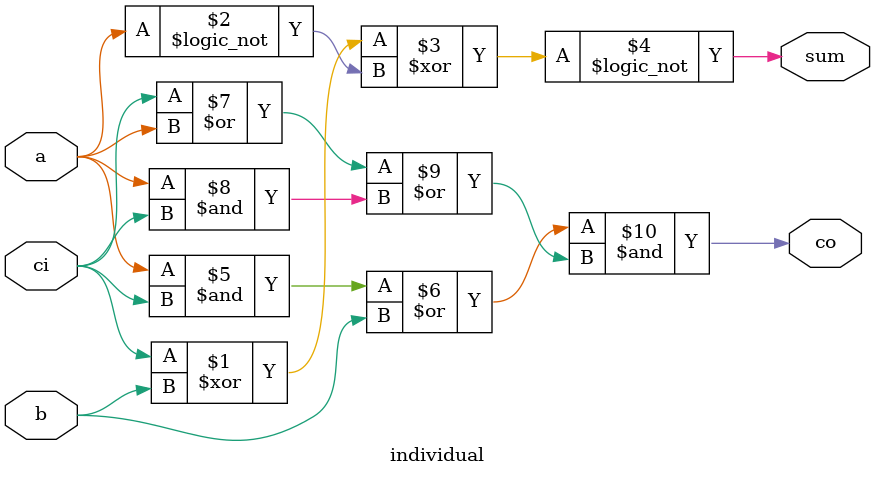
<source format=sv>
module individual(input wire a, input wire b, input wire ci, output wire sum, output wire co);
assign sum = !(((ci^b)^!(a)));
assign co = ((((a&ci)|b))&(((ci|a)|(a&ci))));

// Karnaugh map solution:
//assign sum = (a^b^ci);
//assign co  = ((b&ci)|(a&ci)|(a&b));
endmodule

</source>
